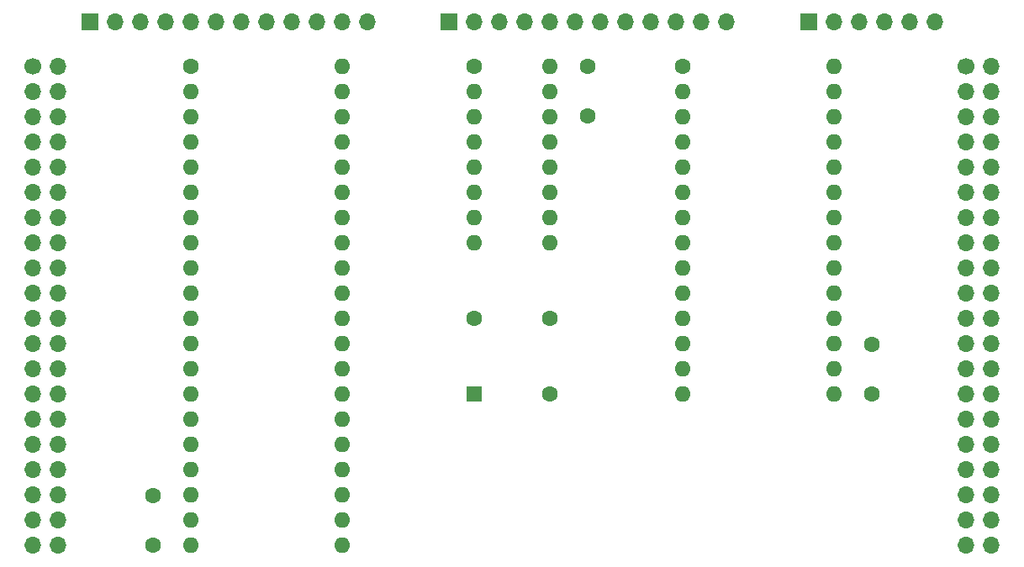
<source format=gbr>
%TF.GenerationSoftware,KiCad,Pcbnew,(5.1.8)-1*%
%TF.CreationDate,2020-12-06T18:18:42+00:00*%
%TF.ProjectId,io-board,696f2d62-6f61-4726-942e-6b696361645f,rev?*%
%TF.SameCoordinates,Original*%
%TF.FileFunction,Soldermask,Bot*%
%TF.FilePolarity,Negative*%
%FSLAX46Y46*%
G04 Gerber Fmt 4.6, Leading zero omitted, Abs format (unit mm)*
G04 Created by KiCad (PCBNEW (5.1.8)-1) date 2020-12-06 18:18:42*
%MOMM*%
%LPD*%
G01*
G04 APERTURE LIST*
%ADD10O,1.700000X1.700000*%
%ADD11R,1.700000X1.700000*%
%ADD12O,1.600000X1.600000*%
%ADD13C,1.600000*%
%ADD14C,1.700000*%
%ADD15R,1.600000X1.600000*%
G04 APERTURE END LIST*
D10*
%TO.C,J4*%
X115570000Y-61595000D03*
X113030000Y-61595000D03*
X110490000Y-61595000D03*
X107950000Y-61595000D03*
X105410000Y-61595000D03*
X102870000Y-61595000D03*
X100330000Y-61595000D03*
X97790000Y-61595000D03*
X95250000Y-61595000D03*
X92710000Y-61595000D03*
X90170000Y-61595000D03*
D11*
X87630000Y-61595000D03*
%TD*%
D10*
%TO.C,J3*%
X79375000Y-61595000D03*
X76835000Y-61595000D03*
X74295000Y-61595000D03*
X71755000Y-61595000D03*
X69215000Y-61595000D03*
X66675000Y-61595000D03*
X64135000Y-61595000D03*
X61595000Y-61595000D03*
X59055000Y-61595000D03*
X56515000Y-61595000D03*
X53975000Y-61595000D03*
D11*
X51435000Y-61595000D03*
%TD*%
D12*
%TO.C,W65C22N*%
X76835000Y-66040000D03*
X61595000Y-114300000D03*
X76835000Y-68580000D03*
X61595000Y-111760000D03*
X76835000Y-71120000D03*
X61595000Y-109220000D03*
X76835000Y-73660000D03*
X61595000Y-106680000D03*
X76835000Y-76200000D03*
X61595000Y-104140000D03*
X76835000Y-78740000D03*
X61595000Y-101600000D03*
X76835000Y-81280000D03*
X61595000Y-99060000D03*
X76835000Y-83820000D03*
X61595000Y-96520000D03*
X76835000Y-86360000D03*
X61595000Y-93980000D03*
X76835000Y-88900000D03*
X61595000Y-91440000D03*
X76835000Y-91440000D03*
X61595000Y-88900000D03*
X76835000Y-93980000D03*
X61595000Y-86360000D03*
X76835000Y-96520000D03*
X61595000Y-83820000D03*
X76835000Y-99060000D03*
X61595000Y-81280000D03*
X76835000Y-101600000D03*
X61595000Y-78740000D03*
X76835000Y-104140000D03*
X61595000Y-76200000D03*
X76835000Y-106680000D03*
X61595000Y-73660000D03*
X76835000Y-109220000D03*
X61595000Y-71120000D03*
X76835000Y-111760000D03*
X61595000Y-68580000D03*
X76835000Y-114300000D03*
D13*
X61595000Y-66040000D03*
%TD*%
D10*
%TO.C,J5*%
X136525000Y-61595000D03*
X133985000Y-61595000D03*
X131445000Y-61595000D03*
X128905000Y-61595000D03*
X126365000Y-61595000D03*
D11*
X123825000Y-61595000D03*
%TD*%
D13*
%TO.C,C3*%
X130175000Y-94060000D03*
X130175000Y-99060000D03*
%TD*%
%TO.C,C2*%
X101600000Y-71040000D03*
X101600000Y-66040000D03*
%TD*%
%TO.C,C1*%
X57785000Y-109300000D03*
X57785000Y-114300000D03*
%TD*%
D10*
%TO.C,EXP*%
X142240000Y-114300000D03*
X139700000Y-114300000D03*
X142240000Y-111760000D03*
X139700000Y-111760000D03*
X142240000Y-109220000D03*
X139700000Y-109220000D03*
X142240000Y-106680000D03*
X139700000Y-106680000D03*
X142240000Y-104140000D03*
X139700000Y-104140000D03*
X142240000Y-101600000D03*
X139700000Y-101600000D03*
X142240000Y-99060000D03*
X139700000Y-99060000D03*
X142240000Y-96520000D03*
X139700000Y-96520000D03*
X142240000Y-93980000D03*
X139700000Y-93980000D03*
X142240000Y-91440000D03*
X139700000Y-91440000D03*
X142240000Y-88900000D03*
X139700000Y-88900000D03*
X142240000Y-86360000D03*
X139700000Y-86360000D03*
X142240000Y-83820000D03*
X139700000Y-83820000D03*
X142240000Y-81280000D03*
X139700000Y-81280000D03*
X142240000Y-78740000D03*
X139700000Y-78740000D03*
X142240000Y-76200000D03*
X139700000Y-76200000D03*
X142240000Y-73660000D03*
X139700000Y-73660000D03*
X142240000Y-71120000D03*
X139700000Y-71120000D03*
X142240000Y-68580000D03*
X139700000Y-68580000D03*
X142240000Y-66040000D03*
D14*
X139700000Y-66040000D03*
%TD*%
D13*
%TO.C,XTAL*%
X97790000Y-99060000D03*
X97790000Y-91440000D03*
X90170000Y-91440000D03*
D15*
X90170000Y-99060000D03*
%TD*%
D12*
%TO.C,HC138*%
X97790000Y-66040000D03*
X90170000Y-83820000D03*
X97790000Y-68580000D03*
X90170000Y-81280000D03*
X97790000Y-71120000D03*
X90170000Y-78740000D03*
X97790000Y-73660000D03*
X90170000Y-76200000D03*
X97790000Y-76200000D03*
X90170000Y-73660000D03*
X97790000Y-78740000D03*
X90170000Y-71120000D03*
X97790000Y-81280000D03*
X90170000Y-68580000D03*
X97790000Y-83820000D03*
D13*
X90170000Y-66040000D03*
%TD*%
D12*
%TO.C,W65C51N*%
X126365000Y-66040000D03*
X111125000Y-99060000D03*
X126365000Y-68580000D03*
X111125000Y-96520000D03*
X126365000Y-71120000D03*
X111125000Y-93980000D03*
X126365000Y-73660000D03*
X111125000Y-91440000D03*
X126365000Y-76200000D03*
X111125000Y-88900000D03*
X126365000Y-78740000D03*
X111125000Y-86360000D03*
X126365000Y-81280000D03*
X111125000Y-83820000D03*
X126365000Y-83820000D03*
X111125000Y-81280000D03*
X126365000Y-86360000D03*
X111125000Y-78740000D03*
X126365000Y-88900000D03*
X111125000Y-76200000D03*
X126365000Y-91440000D03*
X111125000Y-73660000D03*
X126365000Y-93980000D03*
X111125000Y-71120000D03*
X126365000Y-96520000D03*
X111125000Y-68580000D03*
X126365000Y-99060000D03*
D13*
X111125000Y-66040000D03*
%TD*%
D10*
%TO.C,EXP*%
X48260000Y-114300000D03*
X45720000Y-114300000D03*
X48260000Y-111760000D03*
X45720000Y-111760000D03*
X48260000Y-109220000D03*
X45720000Y-109220000D03*
X48260000Y-106680000D03*
X45720000Y-106680000D03*
X48260000Y-104140000D03*
X45720000Y-104140000D03*
X48260000Y-101600000D03*
X45720000Y-101600000D03*
X48260000Y-99060000D03*
X45720000Y-99060000D03*
X48260000Y-96520000D03*
X45720000Y-96520000D03*
X48260000Y-93980000D03*
X45720000Y-93980000D03*
X48260000Y-91440000D03*
X45720000Y-91440000D03*
X48260000Y-88900000D03*
X45720000Y-88900000D03*
X48260000Y-86360000D03*
X45720000Y-86360000D03*
X48260000Y-83820000D03*
X45720000Y-83820000D03*
X48260000Y-81280000D03*
X45720000Y-81280000D03*
X48260000Y-78740000D03*
X45720000Y-78740000D03*
X48260000Y-76200000D03*
X45720000Y-76200000D03*
X48260000Y-73660000D03*
X45720000Y-73660000D03*
X48260000Y-71120000D03*
X45720000Y-71120000D03*
X48260000Y-68580000D03*
X45720000Y-68580000D03*
X48260000Y-66040000D03*
D14*
X45720000Y-66040000D03*
%TD*%
M02*

</source>
